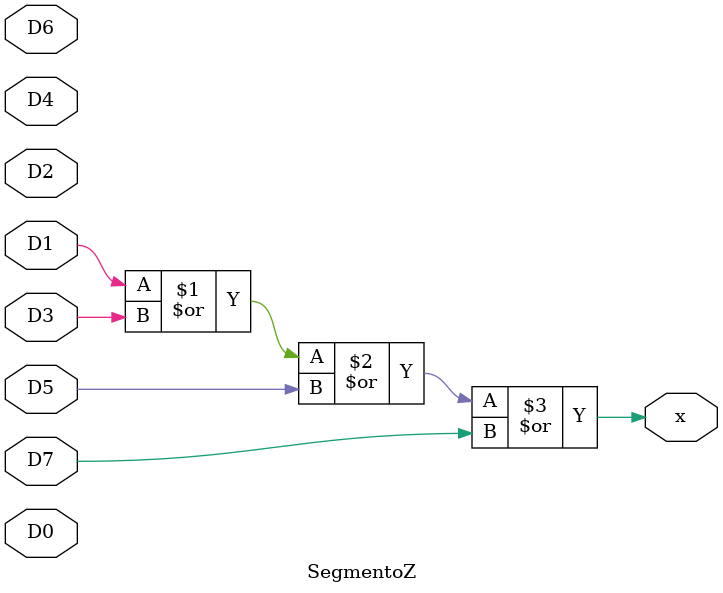
<source format=sv>
module SegmentoZ(D0,D1,D2,D3,D4,D5,D6,D7,x);
   input D0,D1,D2,D3,D4,D5,D6,D7;
  output x;
  
  assign x=D1|D3|D5|D7;
  
endmodule
</source>
